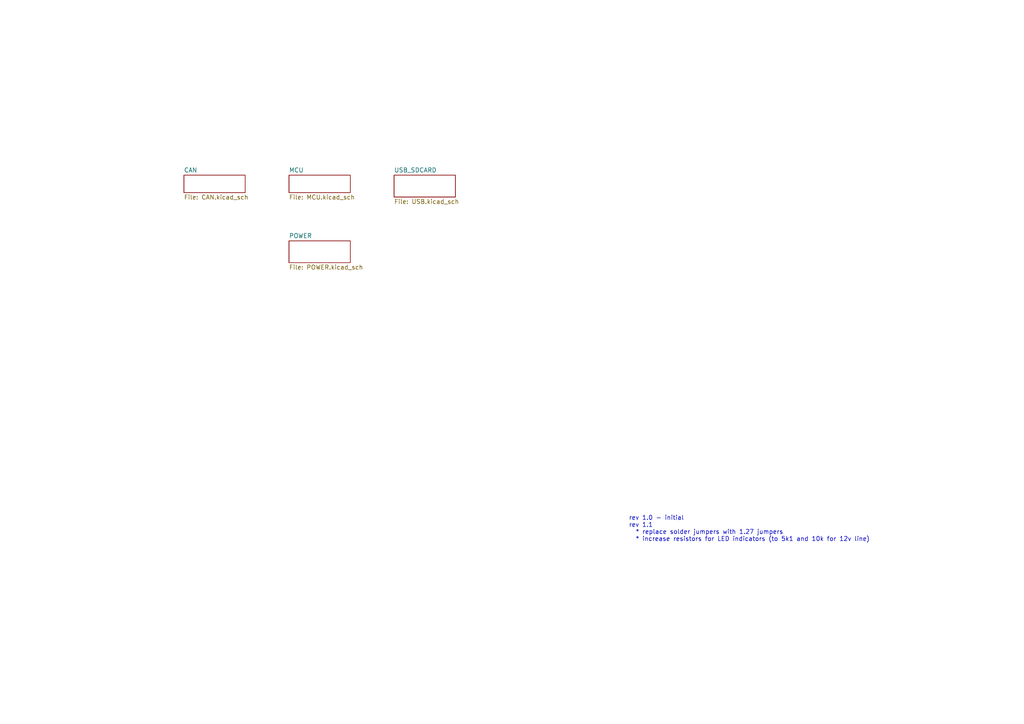
<source format=kicad_sch>
(kicad_sch
	(version 20250114)
	(generator "eeschema")
	(generator_version "9.0")
	(uuid "c59a6287-5b72-492b-aa01-526032899224")
	(paper "A4")
	(title_block
		(title "Dual Channel CAN Logger")
		(rev "1.1")
	)
	(lib_symbols)
	(text "rev 1.0 - initial\nrev 1.1 \n  * replace solder jumpers with 1.27 jumpers\n  * increase resistors for LED indicators (to 5k1 and 10k for 12v line)"
		(exclude_from_sim no)
		(at 182.372 153.416 0)
		(effects
			(font
				(size 1.27 1.27)
			)
			(justify left)
		)
		(uuid "7c3fea8d-1715-46c5-a04f-0f8919c33300")
	)
	(sheet
		(at 53.34 50.8)
		(size 17.78 5.08)
		(exclude_from_sim no)
		(in_bom yes)
		(on_board yes)
		(dnp no)
		(fields_autoplaced yes)
		(stroke
			(width 0.1524)
			(type solid)
		)
		(fill
			(color 0 0 0 0.0000)
		)
		(uuid "4f7c91a7-7232-40ec-8224-bb95fa54cbdb")
		(property "Sheetname" "CAN"
			(at 53.34 50.0884 0)
			(effects
				(font
					(size 1.27 1.27)
				)
				(justify left bottom)
			)
		)
		(property "Sheetfile" "CAN.kicad_sch"
			(at 53.34 56.4646 0)
			(effects
				(font
					(size 1.27 1.27)
				)
				(justify left top)
			)
		)
		(instances
			(project "canlogger"
				(path "/c59a6287-5b72-492b-aa01-526032899224"
					(page "3")
				)
			)
		)
	)
	(sheet
		(at 114.3 50.8)
		(size 17.78 6.35)
		(exclude_from_sim no)
		(in_bom yes)
		(on_board yes)
		(dnp no)
		(fields_autoplaced yes)
		(stroke
			(width 0.1524)
			(type solid)
		)
		(fill
			(color 0 0 0 0.0000)
		)
		(uuid "6ef1d395-aa53-4e7a-8e4b-b7828baf3fc4")
		(property "Sheetname" "USB_SDCARD"
			(at 114.3 50.0884 0)
			(effects
				(font
					(size 1.27 1.27)
				)
				(justify left bottom)
			)
		)
		(property "Sheetfile" "USB.kicad_sch"
			(at 114.3 57.7346 0)
			(effects
				(font
					(size 1.27 1.27)
				)
				(justify left top)
			)
		)
		(instances
			(project "canlogger"
				(path "/c59a6287-5b72-492b-aa01-526032899224"
					(page "4")
				)
			)
		)
	)
	(sheet
		(at 83.82 69.85)
		(size 17.78 6.35)
		(exclude_from_sim no)
		(in_bom yes)
		(on_board yes)
		(dnp no)
		(fields_autoplaced yes)
		(stroke
			(width 0.1524)
			(type solid)
		)
		(fill
			(color 0 0 0 0.0000)
		)
		(uuid "9cb52fbd-516b-461b-a431-5fba0fa3eb43")
		(property "Sheetname" "POWER"
			(at 83.82 69.1384 0)
			(effects
				(font
					(size 1.27 1.27)
				)
				(justify left bottom)
			)
		)
		(property "Sheetfile" "POWER.kicad_sch"
			(at 83.82 76.7846 0)
			(effects
				(font
					(size 1.27 1.27)
				)
				(justify left top)
			)
		)
		(instances
			(project "canlogger"
				(path "/c59a6287-5b72-492b-aa01-526032899224"
					(page "5")
				)
			)
		)
	)
	(sheet
		(at 83.82 50.8)
		(size 17.78 5.08)
		(exclude_from_sim no)
		(in_bom yes)
		(on_board yes)
		(dnp no)
		(fields_autoplaced yes)
		(stroke
			(width 0.1524)
			(type solid)
		)
		(fill
			(color 0 0 0 0.0000)
		)
		(uuid "ab3add60-e83c-416c-8740-9e0bd2e9eebb")
		(property "Sheetname" "MCU"
			(at 83.82 50.0884 0)
			(effects
				(font
					(size 1.27 1.27)
				)
				(justify left bottom)
			)
		)
		(property "Sheetfile" "MCU.kicad_sch"
			(at 83.82 56.4646 0)
			(effects
				(font
					(size 1.27 1.27)
				)
				(justify left top)
			)
		)
		(instances
			(project "canlogger"
				(path "/c59a6287-5b72-492b-aa01-526032899224"
					(page "2")
				)
			)
		)
	)
	(sheet_instances
		(path "/"
			(page "1")
		)
	)
	(embedded_fonts no)
)

</source>
